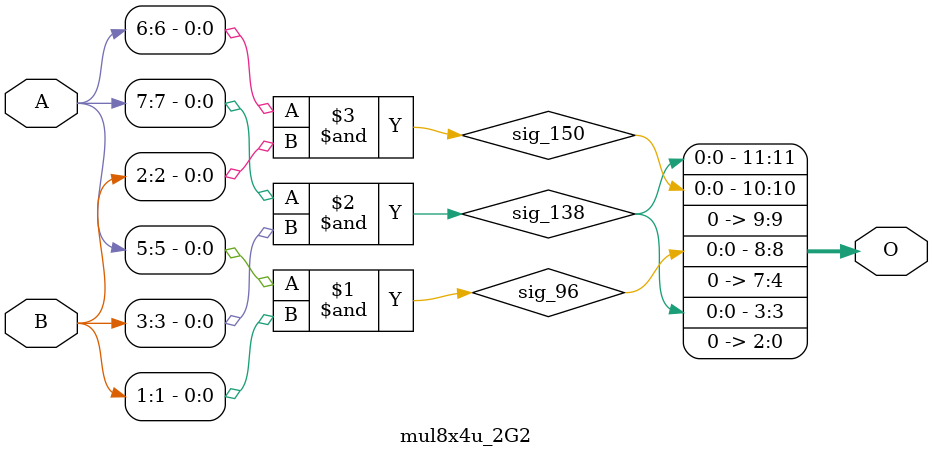
<source format=v>
/***
* This code is a part of EvoApproxLib library (ehw.fit.vutbr.cz/approxlib) distributed under The MIT License.
* When used, please cite the following article(s): V. Mrazek, L. Sekanina, Z. Vasicek "Libraries of Approximate Circuits: Automated Design and Application in CNN Accelerators" IEEE Journal on Emerging and Selected Topics in Circuits and Systems, Vol 10, No 4, 2020 
* This file contains a circuit from a sub-set of pareto optimal circuits with respect to the pwr and mae parameters
***/
// MAE% = 7.95 %
// MAE = 326 
// WCE% = 27.91 %
// WCE = 1143 
// WCRE% = 300.00 %
// EP% = 93.36 %
// MRE% = 62.04 %
// MSE = 184297 
// PDK45_PWR = 0.00089 mW
// PDK45_AREA = 7.0 um2
// PDK45_DELAY = 0.04 ns

module mul8x4u_2G2 (
    A,
    B,
    O
);

input [7:0] A;
input [3:0] B;
output [11:0] O;

wire sig_96,sig_138,sig_150;

assign sig_96 = A[5] & B[1];
assign sig_138 = A[7] & B[3];
assign sig_150 = A[6] & B[2];

assign O[11] = sig_138;
assign O[10] = sig_150;
assign O[9] = 1'b0;
assign O[8] = sig_96;
assign O[7] = 1'b0;
assign O[6] = 1'b0;
assign O[5] = 1'b0;
assign O[4] = 1'b0;
assign O[3] = sig_138;
assign O[2] = 1'b0;
assign O[1] = 1'b0;
assign O[0] = 1'b0;

endmodule



</source>
